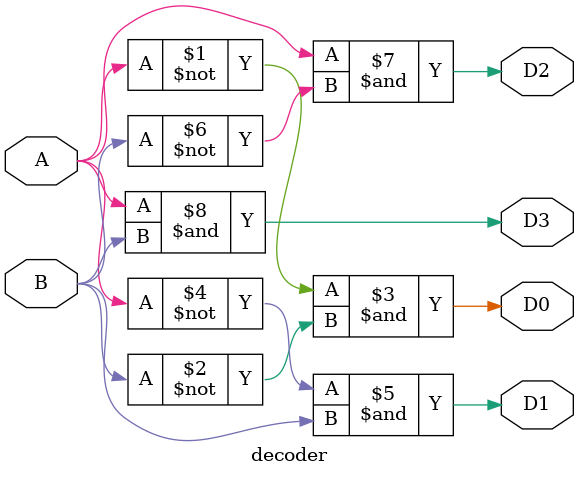
<source format=v>
`timescale 1ns / 1ps

module decoder (A, B, D0, D1, D2, D3);
    input A, B;
    output D0, D1, D2, D3;

    assign D0 = (~A)&(~B);
    assign D1 = (~A)&B;
    assign D2 = A&(~B);
    assign D3 = A&B;
    
endmodule
</source>
